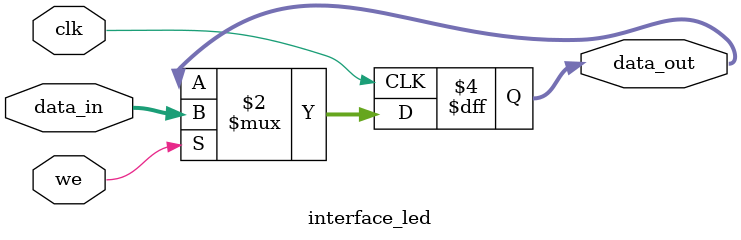
<source format=v>
`timescale 1ns / 1ps
module interface_led(
		input [7:0] data_in,
		output reg [7:0] data_out,
		input we,
		input clk
    );

		always @(posedge clk) begin
			if(we) begin
				data_out <= data_in;
			end
		end

endmodule
</source>
